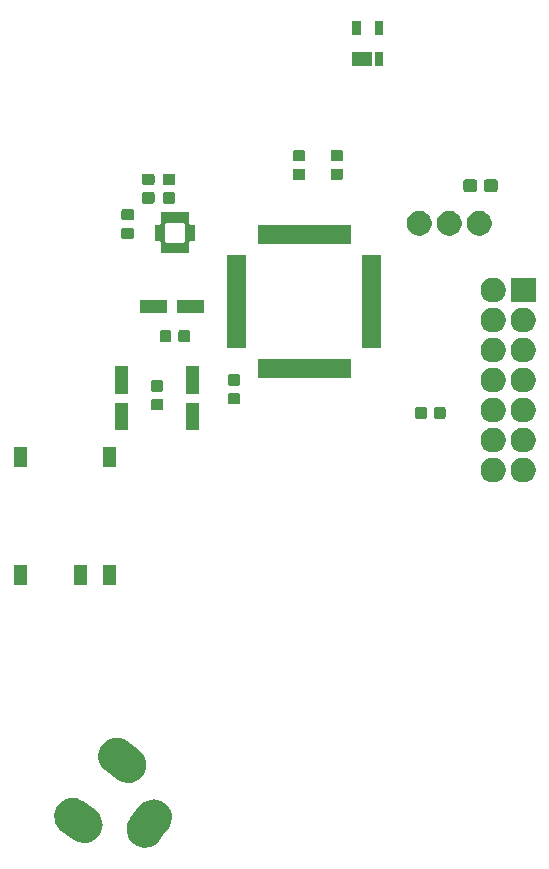
<source format=gbr>
G04 #@! TF.GenerationSoftware,KiCad,Pcbnew,(5.1.5)-3*
G04 #@! TF.CreationDate,2020-04-30T20:14:28+02:00*
G04 #@! TF.ProjectId,5-pointed-Star,352d706f-696e-4746-9564-2d537461722e,rev?*
G04 #@! TF.SameCoordinates,Original*
G04 #@! TF.FileFunction,Soldermask,Bot*
G04 #@! TF.FilePolarity,Negative*
%FSLAX46Y46*%
G04 Gerber Fmt 4.6, Leading zero omitted, Abs format (unit mm)*
G04 Created by KiCad (PCBNEW (5.1.5)-3) date 2020-04-30 20:14:28*
%MOMM*%
%LPD*%
G04 APERTURE LIST*
%ADD10C,0.100000*%
G04 APERTURE END LIST*
D10*
G36*
X197403572Y-176151054D02*
G01*
X197477119Y-176161227D01*
X197765777Y-176261325D01*
X197913363Y-176347827D01*
X198029360Y-176415814D01*
X198257740Y-176618757D01*
X198442135Y-176862351D01*
X198442137Y-176862354D01*
X198575469Y-177137245D01*
X198652610Y-177432866D01*
X198652610Y-177432868D01*
X198670597Y-177737857D01*
X198628737Y-178040494D01*
X198615155Y-178079660D01*
X198528639Y-178329153D01*
X198412863Y-178526686D01*
X197951537Y-179161646D01*
X197617955Y-179620782D01*
X197465864Y-179791936D01*
X197312078Y-179908348D01*
X197222267Y-179976333D01*
X196947377Y-180109664D01*
X196947375Y-180109665D01*
X196947374Y-180109665D01*
X196813103Y-180144703D01*
X196651755Y-180186806D01*
X196499260Y-180195799D01*
X196346766Y-180204792D01*
X196346765Y-180204792D01*
X196044127Y-180162932D01*
X195755469Y-180062834D01*
X195695904Y-180027922D01*
X195491889Y-179908348D01*
X195263506Y-179705402D01*
X195079112Y-179461809D01*
X195079109Y-179461805D01*
X194945778Y-179186915D01*
X194868636Y-178891293D01*
X194850650Y-178586303D01*
X194892510Y-178283665D01*
X194992608Y-177995007D01*
X195108384Y-177797475D01*
X195174730Y-177706157D01*
X195903291Y-176703378D01*
X196055382Y-176532224D01*
X196298976Y-176347829D01*
X196298977Y-176347829D01*
X196298979Y-176347827D01*
X196573868Y-176214495D01*
X196869490Y-176137354D01*
X196885579Y-176136405D01*
X197174480Y-176119367D01*
X197403572Y-176151054D01*
G37*
G36*
X190654262Y-176024796D02*
G01*
X190942920Y-176124894D01*
X191090504Y-176211395D01*
X191140454Y-176240671D01*
X192234549Y-177035577D01*
X192234551Y-177035579D01*
X192405702Y-177187667D01*
X192590100Y-177431265D01*
X192723432Y-177706154D01*
X192800573Y-178001776D01*
X192800573Y-178001777D01*
X192818560Y-178306766D01*
X192788141Y-178526686D01*
X192776700Y-178609405D01*
X192676602Y-178898063D01*
X192579201Y-179064245D01*
X192522113Y-179161646D01*
X192319170Y-179390026D01*
X192075576Y-179574421D01*
X192075573Y-179574423D01*
X191800682Y-179707755D01*
X191505061Y-179784896D01*
X191472882Y-179786794D01*
X191200070Y-179802883D01*
X190897433Y-179761023D01*
X190743822Y-179707755D01*
X190608774Y-179660925D01*
X190411241Y-179545149D01*
X189317144Y-178750240D01*
X189145991Y-178598150D01*
X188961597Y-178354557D01*
X188961594Y-178354553D01*
X188828263Y-178079663D01*
X188807939Y-178001776D01*
X188751121Y-177784040D01*
X188733135Y-177479052D01*
X188739745Y-177431262D01*
X188774995Y-177176413D01*
X188875093Y-176887755D01*
X188983159Y-176703376D01*
X189029579Y-176624175D01*
X189232525Y-176395792D01*
X189476118Y-176211398D01*
X189476122Y-176211395D01*
X189751012Y-176078064D01*
X189751014Y-176078063D01*
X189751015Y-176078063D01*
X189955145Y-176024796D01*
X190046634Y-176000922D01*
X190199129Y-175991929D01*
X190351623Y-175982936D01*
X190351624Y-175982936D01*
X190654262Y-176024796D01*
G37*
G36*
X194357309Y-170927989D02*
G01*
X194645967Y-171028087D01*
X194793551Y-171114588D01*
X194843501Y-171143864D01*
X195937596Y-171938770D01*
X195937598Y-171938772D01*
X196108749Y-172090860D01*
X196293147Y-172334458D01*
X196426479Y-172609347D01*
X196446803Y-172687234D01*
X196503620Y-172904970D01*
X196521607Y-173209959D01*
X196489920Y-173439051D01*
X196479747Y-173512598D01*
X196379649Y-173801256D01*
X196282248Y-173967438D01*
X196225160Y-174064839D01*
X196022217Y-174293219D01*
X195778623Y-174477614D01*
X195778620Y-174477616D01*
X195503729Y-174610948D01*
X195208108Y-174688089D01*
X195175929Y-174689987D01*
X194903117Y-174706076D01*
X194600480Y-174664216D01*
X194446869Y-174610948D01*
X194311821Y-174564118D01*
X194114288Y-174448342D01*
X193020191Y-173653433D01*
X192849038Y-173501343D01*
X192664644Y-173257750D01*
X192664641Y-173257746D01*
X192531310Y-172982856D01*
X192510986Y-172904969D01*
X192454168Y-172687233D01*
X192436182Y-172382245D01*
X192442792Y-172334455D01*
X192478042Y-172079606D01*
X192578140Y-171790948D01*
X192613052Y-171731383D01*
X192732626Y-171527368D01*
X192935572Y-171298985D01*
X193179165Y-171114591D01*
X193179169Y-171114588D01*
X193454059Y-170981257D01*
X193454061Y-170981256D01*
X193454062Y-170981256D01*
X193658192Y-170927989D01*
X193749681Y-170904115D01*
X193902176Y-170895122D01*
X194054670Y-170886129D01*
X194054671Y-170886129D01*
X194357309Y-170927989D01*
G37*
G36*
X191491000Y-158001000D02*
G01*
X190389000Y-158001000D01*
X190389000Y-156299000D01*
X191491000Y-156299000D01*
X191491000Y-158001000D01*
G37*
G36*
X186391000Y-158001000D02*
G01*
X185289000Y-158001000D01*
X185289000Y-156299000D01*
X186391000Y-156299000D01*
X186391000Y-158001000D01*
G37*
G36*
X193991000Y-158001000D02*
G01*
X192889000Y-158001000D01*
X192889000Y-156299000D01*
X193991000Y-156299000D01*
X193991000Y-158001000D01*
G37*
G36*
X226186564Y-147219389D02*
G01*
X226377833Y-147298615D01*
X226377835Y-147298616D01*
X226549973Y-147413635D01*
X226696365Y-147560027D01*
X226811385Y-147732167D01*
X226890611Y-147923436D01*
X226931000Y-148126484D01*
X226931000Y-148333516D01*
X226890611Y-148536564D01*
X226811385Y-148727833D01*
X226811384Y-148727835D01*
X226696365Y-148899973D01*
X226549973Y-149046365D01*
X226377835Y-149161384D01*
X226377834Y-149161385D01*
X226377833Y-149161385D01*
X226186564Y-149240611D01*
X225983516Y-149281000D01*
X225776484Y-149281000D01*
X225573436Y-149240611D01*
X225382167Y-149161385D01*
X225382166Y-149161385D01*
X225382165Y-149161384D01*
X225210027Y-149046365D01*
X225063635Y-148899973D01*
X224948616Y-148727835D01*
X224948615Y-148727833D01*
X224869389Y-148536564D01*
X224829000Y-148333516D01*
X224829000Y-148126484D01*
X224869389Y-147923436D01*
X224948615Y-147732167D01*
X225063635Y-147560027D01*
X225210027Y-147413635D01*
X225382165Y-147298616D01*
X225382167Y-147298615D01*
X225573436Y-147219389D01*
X225776484Y-147179000D01*
X225983516Y-147179000D01*
X226186564Y-147219389D01*
G37*
G36*
X228726564Y-147219389D02*
G01*
X228917833Y-147298615D01*
X228917835Y-147298616D01*
X229089973Y-147413635D01*
X229236365Y-147560027D01*
X229351385Y-147732167D01*
X229430611Y-147923436D01*
X229471000Y-148126484D01*
X229471000Y-148333516D01*
X229430611Y-148536564D01*
X229351385Y-148727833D01*
X229351384Y-148727835D01*
X229236365Y-148899973D01*
X229089973Y-149046365D01*
X228917835Y-149161384D01*
X228917834Y-149161385D01*
X228917833Y-149161385D01*
X228726564Y-149240611D01*
X228523516Y-149281000D01*
X228316484Y-149281000D01*
X228113436Y-149240611D01*
X227922167Y-149161385D01*
X227922166Y-149161385D01*
X227922165Y-149161384D01*
X227750027Y-149046365D01*
X227603635Y-148899973D01*
X227488616Y-148727835D01*
X227488615Y-148727833D01*
X227409389Y-148536564D01*
X227369000Y-148333516D01*
X227369000Y-148126484D01*
X227409389Y-147923436D01*
X227488615Y-147732167D01*
X227603635Y-147560027D01*
X227750027Y-147413635D01*
X227922165Y-147298616D01*
X227922167Y-147298615D01*
X228113436Y-147219389D01*
X228316484Y-147179000D01*
X228523516Y-147179000D01*
X228726564Y-147219389D01*
G37*
G36*
X193991000Y-148001000D02*
G01*
X192889000Y-148001000D01*
X192889000Y-146299000D01*
X193991000Y-146299000D01*
X193991000Y-148001000D01*
G37*
G36*
X186391000Y-148001000D02*
G01*
X185289000Y-148001000D01*
X185289000Y-146299000D01*
X186391000Y-146299000D01*
X186391000Y-148001000D01*
G37*
G36*
X228726564Y-144679389D02*
G01*
X228917833Y-144758615D01*
X228917835Y-144758616D01*
X229056097Y-144851000D01*
X229089973Y-144873635D01*
X229236365Y-145020027D01*
X229351385Y-145192167D01*
X229430611Y-145383436D01*
X229471000Y-145586484D01*
X229471000Y-145793516D01*
X229430611Y-145996564D01*
X229351385Y-146187833D01*
X229351384Y-146187835D01*
X229236365Y-146359973D01*
X229089973Y-146506365D01*
X228917835Y-146621384D01*
X228917834Y-146621385D01*
X228917833Y-146621385D01*
X228726564Y-146700611D01*
X228523516Y-146741000D01*
X228316484Y-146741000D01*
X228113436Y-146700611D01*
X227922167Y-146621385D01*
X227922166Y-146621385D01*
X227922165Y-146621384D01*
X227750027Y-146506365D01*
X227603635Y-146359973D01*
X227488616Y-146187835D01*
X227488615Y-146187833D01*
X227409389Y-145996564D01*
X227369000Y-145793516D01*
X227369000Y-145586484D01*
X227409389Y-145383436D01*
X227488615Y-145192167D01*
X227603635Y-145020027D01*
X227750027Y-144873635D01*
X227783903Y-144851000D01*
X227922165Y-144758616D01*
X227922167Y-144758615D01*
X228113436Y-144679389D01*
X228316484Y-144639000D01*
X228523516Y-144639000D01*
X228726564Y-144679389D01*
G37*
G36*
X226186564Y-144679389D02*
G01*
X226377833Y-144758615D01*
X226377835Y-144758616D01*
X226516097Y-144851000D01*
X226549973Y-144873635D01*
X226696365Y-145020027D01*
X226811385Y-145192167D01*
X226890611Y-145383436D01*
X226931000Y-145586484D01*
X226931000Y-145793516D01*
X226890611Y-145996564D01*
X226811385Y-146187833D01*
X226811384Y-146187835D01*
X226696365Y-146359973D01*
X226549973Y-146506365D01*
X226377835Y-146621384D01*
X226377834Y-146621385D01*
X226377833Y-146621385D01*
X226186564Y-146700611D01*
X225983516Y-146741000D01*
X225776484Y-146741000D01*
X225573436Y-146700611D01*
X225382167Y-146621385D01*
X225382166Y-146621385D01*
X225382165Y-146621384D01*
X225210027Y-146506365D01*
X225063635Y-146359973D01*
X224948616Y-146187835D01*
X224948615Y-146187833D01*
X224869389Y-145996564D01*
X224829000Y-145793516D01*
X224829000Y-145586484D01*
X224869389Y-145383436D01*
X224948615Y-145192167D01*
X225063635Y-145020027D01*
X225210027Y-144873635D01*
X225243903Y-144851000D01*
X225382165Y-144758616D01*
X225382167Y-144758615D01*
X225573436Y-144679389D01*
X225776484Y-144639000D01*
X225983516Y-144639000D01*
X226186564Y-144679389D01*
G37*
G36*
X194941000Y-144851000D02*
G01*
X193839000Y-144851000D01*
X193839000Y-142549000D01*
X194941000Y-142549000D01*
X194941000Y-144851000D01*
G37*
G36*
X200941000Y-144851000D02*
G01*
X199839000Y-144851000D01*
X199839000Y-142549000D01*
X200941000Y-142549000D01*
X200941000Y-144851000D01*
G37*
G36*
X228726564Y-142139389D02*
G01*
X228915363Y-142217592D01*
X228917835Y-142218616D01*
X228968787Y-142252661D01*
X229089973Y-142333635D01*
X229236365Y-142480027D01*
X229351385Y-142652167D01*
X229430611Y-142843436D01*
X229471000Y-143046484D01*
X229471000Y-143253516D01*
X229430611Y-143456564D01*
X229351385Y-143647833D01*
X229351384Y-143647835D01*
X229236365Y-143819973D01*
X229089973Y-143966365D01*
X228917835Y-144081384D01*
X228917834Y-144081385D01*
X228917833Y-144081385D01*
X228726564Y-144160611D01*
X228523516Y-144201000D01*
X228316484Y-144201000D01*
X228113436Y-144160611D01*
X227922167Y-144081385D01*
X227922166Y-144081385D01*
X227922165Y-144081384D01*
X227750027Y-143966365D01*
X227603635Y-143819973D01*
X227488616Y-143647835D01*
X227488615Y-143647833D01*
X227409389Y-143456564D01*
X227369000Y-143253516D01*
X227369000Y-143046484D01*
X227409389Y-142843436D01*
X227488615Y-142652167D01*
X227603635Y-142480027D01*
X227750027Y-142333635D01*
X227871213Y-142252661D01*
X227922165Y-142218616D01*
X227924637Y-142217592D01*
X228113436Y-142139389D01*
X228316484Y-142099000D01*
X228523516Y-142099000D01*
X228726564Y-142139389D01*
G37*
G36*
X226186564Y-142139389D02*
G01*
X226375363Y-142217592D01*
X226377835Y-142218616D01*
X226428787Y-142252661D01*
X226549973Y-142333635D01*
X226696365Y-142480027D01*
X226811385Y-142652167D01*
X226890611Y-142843436D01*
X226931000Y-143046484D01*
X226931000Y-143253516D01*
X226890611Y-143456564D01*
X226811385Y-143647833D01*
X226811384Y-143647835D01*
X226696365Y-143819973D01*
X226549973Y-143966365D01*
X226377835Y-144081384D01*
X226377834Y-144081385D01*
X226377833Y-144081385D01*
X226186564Y-144160611D01*
X225983516Y-144201000D01*
X225776484Y-144201000D01*
X225573436Y-144160611D01*
X225382167Y-144081385D01*
X225382166Y-144081385D01*
X225382165Y-144081384D01*
X225210027Y-143966365D01*
X225063635Y-143819973D01*
X224948616Y-143647835D01*
X224948615Y-143647833D01*
X224869389Y-143456564D01*
X224829000Y-143253516D01*
X224829000Y-143046484D01*
X224869389Y-142843436D01*
X224948615Y-142652167D01*
X225063635Y-142480027D01*
X225210027Y-142333635D01*
X225331213Y-142252661D01*
X225382165Y-142218616D01*
X225384637Y-142217592D01*
X225573436Y-142139389D01*
X225776484Y-142099000D01*
X225983516Y-142099000D01*
X226186564Y-142139389D01*
G37*
G36*
X220132091Y-142868085D02*
G01*
X220166069Y-142878393D01*
X220197390Y-142895134D01*
X220224839Y-142917661D01*
X220247366Y-142945110D01*
X220264107Y-142976431D01*
X220274415Y-143010409D01*
X220278500Y-143051890D01*
X220278500Y-143728110D01*
X220274415Y-143769591D01*
X220264107Y-143803569D01*
X220247366Y-143834890D01*
X220224839Y-143862339D01*
X220197390Y-143884866D01*
X220166069Y-143901607D01*
X220132091Y-143911915D01*
X220090610Y-143916000D01*
X219489390Y-143916000D01*
X219447909Y-143911915D01*
X219413931Y-143901607D01*
X219382610Y-143884866D01*
X219355161Y-143862339D01*
X219332634Y-143834890D01*
X219315893Y-143803569D01*
X219305585Y-143769591D01*
X219301500Y-143728110D01*
X219301500Y-143051890D01*
X219305585Y-143010409D01*
X219315893Y-142976431D01*
X219332634Y-142945110D01*
X219355161Y-142917661D01*
X219382610Y-142895134D01*
X219413931Y-142878393D01*
X219447909Y-142868085D01*
X219489390Y-142864000D01*
X220090610Y-142864000D01*
X220132091Y-142868085D01*
G37*
G36*
X221707091Y-142868085D02*
G01*
X221741069Y-142878393D01*
X221772390Y-142895134D01*
X221799839Y-142917661D01*
X221822366Y-142945110D01*
X221839107Y-142976431D01*
X221849415Y-143010409D01*
X221853500Y-143051890D01*
X221853500Y-143728110D01*
X221849415Y-143769591D01*
X221839107Y-143803569D01*
X221822366Y-143834890D01*
X221799839Y-143862339D01*
X221772390Y-143884866D01*
X221741069Y-143901607D01*
X221707091Y-143911915D01*
X221665610Y-143916000D01*
X221064390Y-143916000D01*
X221022909Y-143911915D01*
X220988931Y-143901607D01*
X220957610Y-143884866D01*
X220930161Y-143862339D01*
X220907634Y-143834890D01*
X220890893Y-143803569D01*
X220880585Y-143769591D01*
X220876500Y-143728110D01*
X220876500Y-143051890D01*
X220880585Y-143010409D01*
X220890893Y-142976431D01*
X220907634Y-142945110D01*
X220930161Y-142917661D01*
X220957610Y-142895134D01*
X220988931Y-142878393D01*
X221022909Y-142868085D01*
X221064390Y-142864000D01*
X221665610Y-142864000D01*
X221707091Y-142868085D01*
G37*
G36*
X197819591Y-142203085D02*
G01*
X197853569Y-142213393D01*
X197884890Y-142230134D01*
X197912339Y-142252661D01*
X197934866Y-142280110D01*
X197951607Y-142311431D01*
X197961915Y-142345409D01*
X197966000Y-142386890D01*
X197966000Y-142988110D01*
X197961915Y-143029591D01*
X197951607Y-143063569D01*
X197934866Y-143094890D01*
X197912339Y-143122339D01*
X197884890Y-143144866D01*
X197853569Y-143161607D01*
X197819591Y-143171915D01*
X197778110Y-143176000D01*
X197101890Y-143176000D01*
X197060409Y-143171915D01*
X197026431Y-143161607D01*
X196995110Y-143144866D01*
X196967661Y-143122339D01*
X196945134Y-143094890D01*
X196928393Y-143063569D01*
X196918085Y-143029591D01*
X196914000Y-142988110D01*
X196914000Y-142386890D01*
X196918085Y-142345409D01*
X196928393Y-142311431D01*
X196945134Y-142280110D01*
X196967661Y-142252661D01*
X196995110Y-142230134D01*
X197026431Y-142213393D01*
X197060409Y-142203085D01*
X197101890Y-142199000D01*
X197778110Y-142199000D01*
X197819591Y-142203085D01*
G37*
G36*
X204319591Y-141703085D02*
G01*
X204353569Y-141713393D01*
X204384890Y-141730134D01*
X204412339Y-141752661D01*
X204434866Y-141780110D01*
X204451607Y-141811431D01*
X204461915Y-141845409D01*
X204466000Y-141886890D01*
X204466000Y-142488110D01*
X204461915Y-142529591D01*
X204451607Y-142563569D01*
X204434866Y-142594890D01*
X204412339Y-142622339D01*
X204384890Y-142644866D01*
X204353569Y-142661607D01*
X204319591Y-142671915D01*
X204278110Y-142676000D01*
X203601890Y-142676000D01*
X203560409Y-142671915D01*
X203526431Y-142661607D01*
X203495110Y-142644866D01*
X203467661Y-142622339D01*
X203445134Y-142594890D01*
X203428393Y-142563569D01*
X203418085Y-142529591D01*
X203414000Y-142488110D01*
X203414000Y-141886890D01*
X203418085Y-141845409D01*
X203428393Y-141811431D01*
X203445134Y-141780110D01*
X203467661Y-141752661D01*
X203495110Y-141730134D01*
X203526431Y-141713393D01*
X203560409Y-141703085D01*
X203601890Y-141699000D01*
X204278110Y-141699000D01*
X204319591Y-141703085D01*
G37*
G36*
X200941000Y-141751000D02*
G01*
X199839000Y-141751000D01*
X199839000Y-139449000D01*
X200941000Y-139449000D01*
X200941000Y-141751000D01*
G37*
G36*
X194941000Y-141751000D02*
G01*
X193839000Y-141751000D01*
X193839000Y-139449000D01*
X194941000Y-139449000D01*
X194941000Y-141751000D01*
G37*
G36*
X228726564Y-139599389D02*
G01*
X228917833Y-139678615D01*
X228917835Y-139678616D01*
X229089973Y-139793635D01*
X229236365Y-139940027D01*
X229351385Y-140112167D01*
X229430611Y-140303436D01*
X229471000Y-140506484D01*
X229471000Y-140713516D01*
X229430611Y-140916564D01*
X229376442Y-141047339D01*
X229351384Y-141107835D01*
X229236365Y-141279973D01*
X229089973Y-141426365D01*
X228917835Y-141541384D01*
X228917834Y-141541385D01*
X228917833Y-141541385D01*
X228726564Y-141620611D01*
X228523516Y-141661000D01*
X228316484Y-141661000D01*
X228113436Y-141620611D01*
X227922167Y-141541385D01*
X227922166Y-141541385D01*
X227922165Y-141541384D01*
X227750027Y-141426365D01*
X227603635Y-141279973D01*
X227488616Y-141107835D01*
X227463558Y-141047339D01*
X227409389Y-140916564D01*
X227369000Y-140713516D01*
X227369000Y-140506484D01*
X227409389Y-140303436D01*
X227488615Y-140112167D01*
X227603635Y-139940027D01*
X227750027Y-139793635D01*
X227922165Y-139678616D01*
X227922167Y-139678615D01*
X228113436Y-139599389D01*
X228316484Y-139559000D01*
X228523516Y-139559000D01*
X228726564Y-139599389D01*
G37*
G36*
X226186564Y-139599389D02*
G01*
X226377833Y-139678615D01*
X226377835Y-139678616D01*
X226549973Y-139793635D01*
X226696365Y-139940027D01*
X226811385Y-140112167D01*
X226890611Y-140303436D01*
X226931000Y-140506484D01*
X226931000Y-140713516D01*
X226890611Y-140916564D01*
X226836442Y-141047339D01*
X226811384Y-141107835D01*
X226696365Y-141279973D01*
X226549973Y-141426365D01*
X226377835Y-141541384D01*
X226377834Y-141541385D01*
X226377833Y-141541385D01*
X226186564Y-141620611D01*
X225983516Y-141661000D01*
X225776484Y-141661000D01*
X225573436Y-141620611D01*
X225382167Y-141541385D01*
X225382166Y-141541385D01*
X225382165Y-141541384D01*
X225210027Y-141426365D01*
X225063635Y-141279973D01*
X224948616Y-141107835D01*
X224923558Y-141047339D01*
X224869389Y-140916564D01*
X224829000Y-140713516D01*
X224829000Y-140506484D01*
X224869389Y-140303436D01*
X224948615Y-140112167D01*
X225063635Y-139940027D01*
X225210027Y-139793635D01*
X225382165Y-139678616D01*
X225382167Y-139678615D01*
X225573436Y-139599389D01*
X225776484Y-139559000D01*
X225983516Y-139559000D01*
X226186564Y-139599389D01*
G37*
G36*
X197819591Y-140628085D02*
G01*
X197853569Y-140638393D01*
X197884890Y-140655134D01*
X197912339Y-140677661D01*
X197934866Y-140705110D01*
X197951607Y-140736431D01*
X197961915Y-140770409D01*
X197966000Y-140811890D01*
X197966000Y-141413110D01*
X197961915Y-141454591D01*
X197951607Y-141488569D01*
X197934866Y-141519890D01*
X197912339Y-141547339D01*
X197884890Y-141569866D01*
X197853569Y-141586607D01*
X197819591Y-141596915D01*
X197778110Y-141601000D01*
X197101890Y-141601000D01*
X197060409Y-141596915D01*
X197026431Y-141586607D01*
X196995110Y-141569866D01*
X196967661Y-141547339D01*
X196945134Y-141519890D01*
X196928393Y-141488569D01*
X196918085Y-141454591D01*
X196914000Y-141413110D01*
X196914000Y-140811890D01*
X196918085Y-140770409D01*
X196928393Y-140736431D01*
X196945134Y-140705110D01*
X196967661Y-140677661D01*
X196995110Y-140655134D01*
X197026431Y-140638393D01*
X197060409Y-140628085D01*
X197101890Y-140624000D01*
X197778110Y-140624000D01*
X197819591Y-140628085D01*
G37*
G36*
X204319591Y-140128085D02*
G01*
X204353569Y-140138393D01*
X204384890Y-140155134D01*
X204412339Y-140177661D01*
X204434866Y-140205110D01*
X204451607Y-140236431D01*
X204461915Y-140270409D01*
X204466000Y-140311890D01*
X204466000Y-140913110D01*
X204461915Y-140954591D01*
X204451607Y-140988569D01*
X204434866Y-141019890D01*
X204412339Y-141047339D01*
X204384890Y-141069866D01*
X204353569Y-141086607D01*
X204319591Y-141096915D01*
X204278110Y-141101000D01*
X203601890Y-141101000D01*
X203560409Y-141096915D01*
X203526431Y-141086607D01*
X203495110Y-141069866D01*
X203467661Y-141047339D01*
X203445134Y-141019890D01*
X203428393Y-140988569D01*
X203418085Y-140954591D01*
X203414000Y-140913110D01*
X203414000Y-140311890D01*
X203418085Y-140270409D01*
X203428393Y-140236431D01*
X203445134Y-140205110D01*
X203467661Y-140177661D01*
X203495110Y-140155134D01*
X203526431Y-140138393D01*
X203560409Y-140128085D01*
X203601890Y-140124000D01*
X204278110Y-140124000D01*
X204319591Y-140128085D01*
G37*
G36*
X213841000Y-140451000D02*
G01*
X205939000Y-140451000D01*
X205939000Y-138849000D01*
X213841000Y-138849000D01*
X213841000Y-140451000D01*
G37*
G36*
X226186564Y-137059389D02*
G01*
X226377833Y-137138615D01*
X226377835Y-137138616D01*
X226549973Y-137253635D01*
X226696365Y-137400027D01*
X226762497Y-137499000D01*
X226811385Y-137572167D01*
X226890611Y-137763436D01*
X226931000Y-137966484D01*
X226931000Y-138173516D01*
X226890611Y-138376564D01*
X226811385Y-138567833D01*
X226811384Y-138567835D01*
X226696365Y-138739973D01*
X226549973Y-138886365D01*
X226377835Y-139001384D01*
X226377834Y-139001385D01*
X226377833Y-139001385D01*
X226186564Y-139080611D01*
X225983516Y-139121000D01*
X225776484Y-139121000D01*
X225573436Y-139080611D01*
X225382167Y-139001385D01*
X225382166Y-139001385D01*
X225382165Y-139001384D01*
X225210027Y-138886365D01*
X225063635Y-138739973D01*
X224948616Y-138567835D01*
X224948615Y-138567833D01*
X224869389Y-138376564D01*
X224829000Y-138173516D01*
X224829000Y-137966484D01*
X224869389Y-137763436D01*
X224948615Y-137572167D01*
X224997504Y-137499000D01*
X225063635Y-137400027D01*
X225210027Y-137253635D01*
X225382165Y-137138616D01*
X225382167Y-137138615D01*
X225573436Y-137059389D01*
X225776484Y-137019000D01*
X225983516Y-137019000D01*
X226186564Y-137059389D01*
G37*
G36*
X228726564Y-137059389D02*
G01*
X228917833Y-137138615D01*
X228917835Y-137138616D01*
X229089973Y-137253635D01*
X229236365Y-137400027D01*
X229302497Y-137499000D01*
X229351385Y-137572167D01*
X229430611Y-137763436D01*
X229471000Y-137966484D01*
X229471000Y-138173516D01*
X229430611Y-138376564D01*
X229351385Y-138567833D01*
X229351384Y-138567835D01*
X229236365Y-138739973D01*
X229089973Y-138886365D01*
X228917835Y-139001384D01*
X228917834Y-139001385D01*
X228917833Y-139001385D01*
X228726564Y-139080611D01*
X228523516Y-139121000D01*
X228316484Y-139121000D01*
X228113436Y-139080611D01*
X227922167Y-139001385D01*
X227922166Y-139001385D01*
X227922165Y-139001384D01*
X227750027Y-138886365D01*
X227603635Y-138739973D01*
X227488616Y-138567835D01*
X227488615Y-138567833D01*
X227409389Y-138376564D01*
X227369000Y-138173516D01*
X227369000Y-137966484D01*
X227409389Y-137763436D01*
X227488615Y-137572167D01*
X227537504Y-137499000D01*
X227603635Y-137400027D01*
X227750027Y-137253635D01*
X227922165Y-137138616D01*
X227922167Y-137138615D01*
X228113436Y-137059389D01*
X228316484Y-137019000D01*
X228523516Y-137019000D01*
X228726564Y-137059389D01*
G37*
G36*
X216391000Y-137901000D02*
G01*
X214789000Y-137901000D01*
X214789000Y-129999000D01*
X216391000Y-129999000D01*
X216391000Y-137901000D01*
G37*
G36*
X204991000Y-137901000D02*
G01*
X203389000Y-137901000D01*
X203389000Y-129999000D01*
X204991000Y-129999000D01*
X204991000Y-137901000D01*
G37*
G36*
X198494591Y-136378085D02*
G01*
X198528569Y-136388393D01*
X198559890Y-136405134D01*
X198587339Y-136427661D01*
X198609866Y-136455110D01*
X198626607Y-136486431D01*
X198636915Y-136520409D01*
X198641000Y-136561890D01*
X198641000Y-137238110D01*
X198636915Y-137279591D01*
X198626607Y-137313569D01*
X198609866Y-137344890D01*
X198587339Y-137372339D01*
X198559890Y-137394866D01*
X198528569Y-137411607D01*
X198494591Y-137421915D01*
X198453110Y-137426000D01*
X197851890Y-137426000D01*
X197810409Y-137421915D01*
X197776431Y-137411607D01*
X197745110Y-137394866D01*
X197717661Y-137372339D01*
X197695134Y-137344890D01*
X197678393Y-137313569D01*
X197668085Y-137279591D01*
X197664000Y-137238110D01*
X197664000Y-136561890D01*
X197668085Y-136520409D01*
X197678393Y-136486431D01*
X197695134Y-136455110D01*
X197717661Y-136427661D01*
X197745110Y-136405134D01*
X197776431Y-136388393D01*
X197810409Y-136378085D01*
X197851890Y-136374000D01*
X198453110Y-136374000D01*
X198494591Y-136378085D01*
G37*
G36*
X200069591Y-136378085D02*
G01*
X200103569Y-136388393D01*
X200134890Y-136405134D01*
X200162339Y-136427661D01*
X200184866Y-136455110D01*
X200201607Y-136486431D01*
X200211915Y-136520409D01*
X200216000Y-136561890D01*
X200216000Y-137238110D01*
X200211915Y-137279591D01*
X200201607Y-137313569D01*
X200184866Y-137344890D01*
X200162339Y-137372339D01*
X200134890Y-137394866D01*
X200103569Y-137411607D01*
X200069591Y-137421915D01*
X200028110Y-137426000D01*
X199426890Y-137426000D01*
X199385409Y-137421915D01*
X199351431Y-137411607D01*
X199320110Y-137394866D01*
X199292661Y-137372339D01*
X199270134Y-137344890D01*
X199253393Y-137313569D01*
X199243085Y-137279591D01*
X199239000Y-137238110D01*
X199239000Y-136561890D01*
X199243085Y-136520409D01*
X199253393Y-136486431D01*
X199270134Y-136455110D01*
X199292661Y-136427661D01*
X199320110Y-136405134D01*
X199351431Y-136388393D01*
X199385409Y-136378085D01*
X199426890Y-136374000D01*
X200028110Y-136374000D01*
X200069591Y-136378085D01*
G37*
G36*
X228726564Y-134519389D02*
G01*
X228917833Y-134598615D01*
X228917835Y-134598616D01*
X229089973Y-134713635D01*
X229236365Y-134860027D01*
X229351385Y-135032167D01*
X229430611Y-135223436D01*
X229471000Y-135426484D01*
X229471000Y-135633516D01*
X229430611Y-135836564D01*
X229363328Y-135999000D01*
X229351384Y-136027835D01*
X229236365Y-136199973D01*
X229089973Y-136346365D01*
X228917835Y-136461384D01*
X228917834Y-136461385D01*
X228917833Y-136461385D01*
X228726564Y-136540611D01*
X228523516Y-136581000D01*
X228316484Y-136581000D01*
X228113436Y-136540611D01*
X227922167Y-136461385D01*
X227922166Y-136461385D01*
X227922165Y-136461384D01*
X227750027Y-136346365D01*
X227603635Y-136199973D01*
X227488616Y-136027835D01*
X227476672Y-135999000D01*
X227409389Y-135836564D01*
X227369000Y-135633516D01*
X227369000Y-135426484D01*
X227409389Y-135223436D01*
X227488615Y-135032167D01*
X227603635Y-134860027D01*
X227750027Y-134713635D01*
X227922165Y-134598616D01*
X227922167Y-134598615D01*
X228113436Y-134519389D01*
X228316484Y-134479000D01*
X228523516Y-134479000D01*
X228726564Y-134519389D01*
G37*
G36*
X226186564Y-134519389D02*
G01*
X226377833Y-134598615D01*
X226377835Y-134598616D01*
X226549973Y-134713635D01*
X226696365Y-134860027D01*
X226811385Y-135032167D01*
X226890611Y-135223436D01*
X226931000Y-135426484D01*
X226931000Y-135633516D01*
X226890611Y-135836564D01*
X226823328Y-135999000D01*
X226811384Y-136027835D01*
X226696365Y-136199973D01*
X226549973Y-136346365D01*
X226377835Y-136461384D01*
X226377834Y-136461385D01*
X226377833Y-136461385D01*
X226186564Y-136540611D01*
X225983516Y-136581000D01*
X225776484Y-136581000D01*
X225573436Y-136540611D01*
X225382167Y-136461385D01*
X225382166Y-136461385D01*
X225382165Y-136461384D01*
X225210027Y-136346365D01*
X225063635Y-136199973D01*
X224948616Y-136027835D01*
X224936672Y-135999000D01*
X224869389Y-135836564D01*
X224829000Y-135633516D01*
X224829000Y-135426484D01*
X224869389Y-135223436D01*
X224948615Y-135032167D01*
X225063635Y-134860027D01*
X225210027Y-134713635D01*
X225382165Y-134598616D01*
X225382167Y-134598615D01*
X225573436Y-134519389D01*
X225776484Y-134479000D01*
X225983516Y-134479000D01*
X226186564Y-134519389D01*
G37*
G36*
X198291000Y-134901000D02*
G01*
X195989000Y-134901000D01*
X195989000Y-133799000D01*
X198291000Y-133799000D01*
X198291000Y-134901000D01*
G37*
G36*
X201391000Y-134901000D02*
G01*
X199089000Y-134901000D01*
X199089000Y-133799000D01*
X201391000Y-133799000D01*
X201391000Y-134901000D01*
G37*
G36*
X226186564Y-131979389D02*
G01*
X226377833Y-132058615D01*
X226377835Y-132058616D01*
X226549973Y-132173635D01*
X226696365Y-132320027D01*
X226811385Y-132492167D01*
X226890611Y-132683436D01*
X226931000Y-132886484D01*
X226931000Y-133093516D01*
X226890611Y-133296564D01*
X226847352Y-133401000D01*
X226811384Y-133487835D01*
X226696365Y-133659973D01*
X226549973Y-133806365D01*
X226377835Y-133921384D01*
X226377834Y-133921385D01*
X226377833Y-133921385D01*
X226186564Y-134000611D01*
X225983516Y-134041000D01*
X225776484Y-134041000D01*
X225573436Y-134000611D01*
X225382167Y-133921385D01*
X225382166Y-133921385D01*
X225382165Y-133921384D01*
X225210027Y-133806365D01*
X225063635Y-133659973D01*
X224948616Y-133487835D01*
X224912648Y-133401000D01*
X224869389Y-133296564D01*
X224829000Y-133093516D01*
X224829000Y-132886484D01*
X224869389Y-132683436D01*
X224948615Y-132492167D01*
X225063635Y-132320027D01*
X225210027Y-132173635D01*
X225382165Y-132058616D01*
X225382167Y-132058615D01*
X225573436Y-131979389D01*
X225776484Y-131939000D01*
X225983516Y-131939000D01*
X226186564Y-131979389D01*
G37*
G36*
X229471000Y-134041000D02*
G01*
X227369000Y-134041000D01*
X227369000Y-131939000D01*
X229471000Y-131939000D01*
X229471000Y-134041000D01*
G37*
G36*
X200141000Y-127324001D02*
G01*
X200143402Y-127348387D01*
X200150515Y-127371836D01*
X200162066Y-127393447D01*
X200177611Y-127412389D01*
X200196553Y-127427934D01*
X200218164Y-127439485D01*
X200241613Y-127446598D01*
X200265999Y-127449000D01*
X200672500Y-127449000D01*
X200672500Y-128851000D01*
X200265999Y-128851000D01*
X200241613Y-128853402D01*
X200218164Y-128860515D01*
X200196553Y-128872066D01*
X200177611Y-128887611D01*
X200162066Y-128906553D01*
X200150515Y-128928164D01*
X200143402Y-128951613D01*
X200141000Y-128975999D01*
X200141000Y-129882500D01*
X197739000Y-129882500D01*
X197739000Y-128975999D01*
X197736598Y-128951613D01*
X197729485Y-128928164D01*
X197717934Y-128906553D01*
X197702389Y-128887611D01*
X197683447Y-128872066D01*
X197661836Y-128860515D01*
X197638387Y-128853402D01*
X197614001Y-128851000D01*
X197212500Y-128851000D01*
X197212500Y-127452499D01*
X198127500Y-127452499D01*
X198127500Y-128842501D01*
X198129902Y-128866887D01*
X198137015Y-128890336D01*
X198148566Y-128911947D01*
X198164111Y-128930889D01*
X198183053Y-128946434D01*
X198204664Y-128957985D01*
X198228113Y-128965098D01*
X198252499Y-128967500D01*
X199632501Y-128967500D01*
X199656887Y-128965098D01*
X199680336Y-128957985D01*
X199701947Y-128946434D01*
X199720889Y-128930889D01*
X199736434Y-128911947D01*
X199747985Y-128890336D01*
X199755098Y-128866887D01*
X199757500Y-128842501D01*
X199757500Y-127452499D01*
X199755098Y-127428113D01*
X199747985Y-127404664D01*
X199736434Y-127383053D01*
X199720889Y-127364111D01*
X199701947Y-127348566D01*
X199680336Y-127337015D01*
X199656887Y-127329902D01*
X199632501Y-127327500D01*
X198252499Y-127327500D01*
X198228113Y-127329902D01*
X198204664Y-127337015D01*
X198183053Y-127348566D01*
X198164111Y-127364111D01*
X198148566Y-127383053D01*
X198137015Y-127404664D01*
X198129902Y-127428113D01*
X198127500Y-127452499D01*
X197212500Y-127452499D01*
X197212500Y-127449000D01*
X197614001Y-127449000D01*
X197638387Y-127446598D01*
X197661836Y-127439485D01*
X197683447Y-127427934D01*
X197702389Y-127412389D01*
X197717934Y-127393447D01*
X197729485Y-127371836D01*
X197736598Y-127348387D01*
X197739000Y-127324001D01*
X197739000Y-126412500D01*
X200141000Y-126412500D01*
X200141000Y-127324001D01*
G37*
G36*
X213841000Y-129051000D02*
G01*
X205939000Y-129051000D01*
X205939000Y-127449000D01*
X213841000Y-127449000D01*
X213841000Y-129051000D01*
G37*
G36*
X195319591Y-127703085D02*
G01*
X195353569Y-127713393D01*
X195384890Y-127730134D01*
X195412339Y-127752661D01*
X195434866Y-127780110D01*
X195451607Y-127811431D01*
X195461915Y-127845409D01*
X195466000Y-127886890D01*
X195466000Y-128488110D01*
X195461915Y-128529591D01*
X195451607Y-128563569D01*
X195434866Y-128594890D01*
X195412339Y-128622339D01*
X195384890Y-128644866D01*
X195353569Y-128661607D01*
X195319591Y-128671915D01*
X195278110Y-128676000D01*
X194601890Y-128676000D01*
X194560409Y-128671915D01*
X194526431Y-128661607D01*
X194495110Y-128644866D01*
X194467661Y-128622339D01*
X194445134Y-128594890D01*
X194428393Y-128563569D01*
X194418085Y-128529591D01*
X194414000Y-128488110D01*
X194414000Y-127886890D01*
X194418085Y-127845409D01*
X194428393Y-127811431D01*
X194445134Y-127780110D01*
X194467661Y-127752661D01*
X194495110Y-127730134D01*
X194526431Y-127713393D01*
X194560409Y-127703085D01*
X194601890Y-127699000D01*
X195278110Y-127699000D01*
X195319591Y-127703085D01*
G37*
G36*
X219936564Y-126329389D02*
G01*
X220127833Y-126408615D01*
X220127835Y-126408616D01*
X220299973Y-126523635D01*
X220446365Y-126670027D01*
X220561385Y-126842167D01*
X220640611Y-127033436D01*
X220681000Y-127236484D01*
X220681000Y-127443516D01*
X220640611Y-127646564D01*
X220573928Y-127807552D01*
X220561384Y-127837835D01*
X220446365Y-128009973D01*
X220299973Y-128156365D01*
X220127835Y-128271384D01*
X220127834Y-128271385D01*
X220127833Y-128271385D01*
X219936564Y-128350611D01*
X219733516Y-128391000D01*
X219526484Y-128391000D01*
X219323436Y-128350611D01*
X219132167Y-128271385D01*
X219132166Y-128271385D01*
X219132165Y-128271384D01*
X218960027Y-128156365D01*
X218813635Y-128009973D01*
X218698616Y-127837835D01*
X218686072Y-127807552D01*
X218619389Y-127646564D01*
X218579000Y-127443516D01*
X218579000Y-127236484D01*
X218619389Y-127033436D01*
X218698615Y-126842167D01*
X218813635Y-126670027D01*
X218960027Y-126523635D01*
X219132165Y-126408616D01*
X219132167Y-126408615D01*
X219323436Y-126329389D01*
X219526484Y-126289000D01*
X219733516Y-126289000D01*
X219936564Y-126329389D01*
G37*
G36*
X225016564Y-126329389D02*
G01*
X225207833Y-126408615D01*
X225207835Y-126408616D01*
X225379973Y-126523635D01*
X225526365Y-126670027D01*
X225641385Y-126842167D01*
X225720611Y-127033436D01*
X225761000Y-127236484D01*
X225761000Y-127443516D01*
X225720611Y-127646564D01*
X225653928Y-127807552D01*
X225641384Y-127837835D01*
X225526365Y-128009973D01*
X225379973Y-128156365D01*
X225207835Y-128271384D01*
X225207834Y-128271385D01*
X225207833Y-128271385D01*
X225016564Y-128350611D01*
X224813516Y-128391000D01*
X224606484Y-128391000D01*
X224403436Y-128350611D01*
X224212167Y-128271385D01*
X224212166Y-128271385D01*
X224212165Y-128271384D01*
X224040027Y-128156365D01*
X223893635Y-128009973D01*
X223778616Y-127837835D01*
X223766072Y-127807552D01*
X223699389Y-127646564D01*
X223659000Y-127443516D01*
X223659000Y-127236484D01*
X223699389Y-127033436D01*
X223778615Y-126842167D01*
X223893635Y-126670027D01*
X224040027Y-126523635D01*
X224212165Y-126408616D01*
X224212167Y-126408615D01*
X224403436Y-126329389D01*
X224606484Y-126289000D01*
X224813516Y-126289000D01*
X225016564Y-126329389D01*
G37*
G36*
X222476564Y-126329389D02*
G01*
X222667833Y-126408615D01*
X222667835Y-126408616D01*
X222839973Y-126523635D01*
X222986365Y-126670027D01*
X223101385Y-126842167D01*
X223180611Y-127033436D01*
X223221000Y-127236484D01*
X223221000Y-127443516D01*
X223180611Y-127646564D01*
X223113928Y-127807552D01*
X223101384Y-127837835D01*
X222986365Y-128009973D01*
X222839973Y-128156365D01*
X222667835Y-128271384D01*
X222667834Y-128271385D01*
X222667833Y-128271385D01*
X222476564Y-128350611D01*
X222273516Y-128391000D01*
X222066484Y-128391000D01*
X221863436Y-128350611D01*
X221672167Y-128271385D01*
X221672166Y-128271385D01*
X221672165Y-128271384D01*
X221500027Y-128156365D01*
X221353635Y-128009973D01*
X221238616Y-127837835D01*
X221226072Y-127807552D01*
X221159389Y-127646564D01*
X221119000Y-127443516D01*
X221119000Y-127236484D01*
X221159389Y-127033436D01*
X221238615Y-126842167D01*
X221353635Y-126670027D01*
X221500027Y-126523635D01*
X221672165Y-126408616D01*
X221672167Y-126408615D01*
X221863436Y-126329389D01*
X222066484Y-126289000D01*
X222273516Y-126289000D01*
X222476564Y-126329389D01*
G37*
G36*
X195319591Y-126128085D02*
G01*
X195353569Y-126138393D01*
X195384890Y-126155134D01*
X195412339Y-126177661D01*
X195434866Y-126205110D01*
X195451607Y-126236431D01*
X195461915Y-126270409D01*
X195466000Y-126311890D01*
X195466000Y-126913110D01*
X195461915Y-126954591D01*
X195451607Y-126988569D01*
X195434866Y-127019890D01*
X195412339Y-127047339D01*
X195384890Y-127069866D01*
X195353569Y-127086607D01*
X195319591Y-127096915D01*
X195278110Y-127101000D01*
X194601890Y-127101000D01*
X194560409Y-127096915D01*
X194526431Y-127086607D01*
X194495110Y-127069866D01*
X194467661Y-127047339D01*
X194445134Y-127019890D01*
X194428393Y-126988569D01*
X194418085Y-126954591D01*
X194414000Y-126913110D01*
X194414000Y-126311890D01*
X194418085Y-126270409D01*
X194428393Y-126236431D01*
X194445134Y-126205110D01*
X194467661Y-126177661D01*
X194495110Y-126155134D01*
X194526431Y-126138393D01*
X194560409Y-126128085D01*
X194601890Y-126124000D01*
X195278110Y-126124000D01*
X195319591Y-126128085D01*
G37*
G36*
X198819591Y-124703085D02*
G01*
X198853569Y-124713393D01*
X198884890Y-124730134D01*
X198912339Y-124752661D01*
X198934866Y-124780110D01*
X198951607Y-124811431D01*
X198961915Y-124845409D01*
X198966000Y-124886890D01*
X198966000Y-125488110D01*
X198961915Y-125529591D01*
X198951607Y-125563569D01*
X198934866Y-125594890D01*
X198912339Y-125622339D01*
X198884890Y-125644866D01*
X198853569Y-125661607D01*
X198819591Y-125671915D01*
X198778110Y-125676000D01*
X198101890Y-125676000D01*
X198060409Y-125671915D01*
X198026431Y-125661607D01*
X197995110Y-125644866D01*
X197967661Y-125622339D01*
X197945134Y-125594890D01*
X197928393Y-125563569D01*
X197918085Y-125529591D01*
X197914000Y-125488110D01*
X197914000Y-124886890D01*
X197918085Y-124845409D01*
X197928393Y-124811431D01*
X197945134Y-124780110D01*
X197967661Y-124752661D01*
X197995110Y-124730134D01*
X198026431Y-124713393D01*
X198060409Y-124703085D01*
X198101890Y-124699000D01*
X198778110Y-124699000D01*
X198819591Y-124703085D01*
G37*
G36*
X197069591Y-124703085D02*
G01*
X197103569Y-124713393D01*
X197134890Y-124730134D01*
X197162339Y-124752661D01*
X197184866Y-124780110D01*
X197201607Y-124811431D01*
X197211915Y-124845409D01*
X197216000Y-124886890D01*
X197216000Y-125488110D01*
X197211915Y-125529591D01*
X197201607Y-125563569D01*
X197184866Y-125594890D01*
X197162339Y-125622339D01*
X197134890Y-125644866D01*
X197103569Y-125661607D01*
X197069591Y-125671915D01*
X197028110Y-125676000D01*
X196351890Y-125676000D01*
X196310409Y-125671915D01*
X196276431Y-125661607D01*
X196245110Y-125644866D01*
X196217661Y-125622339D01*
X196195134Y-125594890D01*
X196178393Y-125563569D01*
X196168085Y-125529591D01*
X196164000Y-125488110D01*
X196164000Y-124886890D01*
X196168085Y-124845409D01*
X196178393Y-124811431D01*
X196195134Y-124780110D01*
X196217661Y-124752661D01*
X196245110Y-124730134D01*
X196276431Y-124713393D01*
X196310409Y-124703085D01*
X196351890Y-124699000D01*
X197028110Y-124699000D01*
X197069591Y-124703085D01*
G37*
G36*
X224354499Y-123628445D02*
G01*
X224391995Y-123639820D01*
X224426554Y-123658292D01*
X224456847Y-123683153D01*
X224481708Y-123713446D01*
X224500180Y-123748005D01*
X224511555Y-123785501D01*
X224516000Y-123830638D01*
X224516000Y-124469362D01*
X224511555Y-124514499D01*
X224500180Y-124551995D01*
X224481708Y-124586554D01*
X224456847Y-124616847D01*
X224426554Y-124641708D01*
X224391995Y-124660180D01*
X224354499Y-124671555D01*
X224309362Y-124676000D01*
X223570638Y-124676000D01*
X223525501Y-124671555D01*
X223488005Y-124660180D01*
X223453446Y-124641708D01*
X223423153Y-124616847D01*
X223398292Y-124586554D01*
X223379820Y-124551995D01*
X223368445Y-124514499D01*
X223364000Y-124469362D01*
X223364000Y-123830638D01*
X223368445Y-123785501D01*
X223379820Y-123748005D01*
X223398292Y-123713446D01*
X223423153Y-123683153D01*
X223453446Y-123658292D01*
X223488005Y-123639820D01*
X223525501Y-123628445D01*
X223570638Y-123624000D01*
X224309362Y-123624000D01*
X224354499Y-123628445D01*
G37*
G36*
X226104499Y-123628445D02*
G01*
X226141995Y-123639820D01*
X226176554Y-123658292D01*
X226206847Y-123683153D01*
X226231708Y-123713446D01*
X226250180Y-123748005D01*
X226261555Y-123785501D01*
X226266000Y-123830638D01*
X226266000Y-124469362D01*
X226261555Y-124514499D01*
X226250180Y-124551995D01*
X226231708Y-124586554D01*
X226206847Y-124616847D01*
X226176554Y-124641708D01*
X226141995Y-124660180D01*
X226104499Y-124671555D01*
X226059362Y-124676000D01*
X225320638Y-124676000D01*
X225275501Y-124671555D01*
X225238005Y-124660180D01*
X225203446Y-124641708D01*
X225173153Y-124616847D01*
X225148292Y-124586554D01*
X225129820Y-124551995D01*
X225118445Y-124514499D01*
X225114000Y-124469362D01*
X225114000Y-123830638D01*
X225118445Y-123785501D01*
X225129820Y-123748005D01*
X225148292Y-123713446D01*
X225173153Y-123683153D01*
X225203446Y-123658292D01*
X225238005Y-123639820D01*
X225275501Y-123628445D01*
X225320638Y-123624000D01*
X226059362Y-123624000D01*
X226104499Y-123628445D01*
G37*
G36*
X198819591Y-123128085D02*
G01*
X198853569Y-123138393D01*
X198884890Y-123155134D01*
X198912339Y-123177661D01*
X198934866Y-123205110D01*
X198951607Y-123236431D01*
X198961915Y-123270409D01*
X198966000Y-123311890D01*
X198966000Y-123913110D01*
X198961915Y-123954591D01*
X198951607Y-123988569D01*
X198934866Y-124019890D01*
X198912339Y-124047339D01*
X198884890Y-124069866D01*
X198853569Y-124086607D01*
X198819591Y-124096915D01*
X198778110Y-124101000D01*
X198101890Y-124101000D01*
X198060409Y-124096915D01*
X198026431Y-124086607D01*
X197995110Y-124069866D01*
X197967661Y-124047339D01*
X197945134Y-124019890D01*
X197928393Y-123988569D01*
X197918085Y-123954591D01*
X197914000Y-123913110D01*
X197914000Y-123311890D01*
X197918085Y-123270409D01*
X197928393Y-123236431D01*
X197945134Y-123205110D01*
X197967661Y-123177661D01*
X197995110Y-123155134D01*
X198026431Y-123138393D01*
X198060409Y-123128085D01*
X198101890Y-123124000D01*
X198778110Y-123124000D01*
X198819591Y-123128085D01*
G37*
G36*
X197069591Y-123128085D02*
G01*
X197103569Y-123138393D01*
X197134890Y-123155134D01*
X197162339Y-123177661D01*
X197184866Y-123205110D01*
X197201607Y-123236431D01*
X197211915Y-123270409D01*
X197216000Y-123311890D01*
X197216000Y-123913110D01*
X197211915Y-123954591D01*
X197201607Y-123988569D01*
X197184866Y-124019890D01*
X197162339Y-124047339D01*
X197134890Y-124069866D01*
X197103569Y-124086607D01*
X197069591Y-124096915D01*
X197028110Y-124101000D01*
X196351890Y-124101000D01*
X196310409Y-124096915D01*
X196276431Y-124086607D01*
X196245110Y-124069866D01*
X196217661Y-124047339D01*
X196195134Y-124019890D01*
X196178393Y-123988569D01*
X196168085Y-123954591D01*
X196164000Y-123913110D01*
X196164000Y-123311890D01*
X196168085Y-123270409D01*
X196178393Y-123236431D01*
X196195134Y-123205110D01*
X196217661Y-123177661D01*
X196245110Y-123155134D01*
X196276431Y-123138393D01*
X196310409Y-123128085D01*
X196351890Y-123124000D01*
X197028110Y-123124000D01*
X197069591Y-123128085D01*
G37*
G36*
X213019591Y-122703085D02*
G01*
X213053569Y-122713393D01*
X213084890Y-122730134D01*
X213112339Y-122752661D01*
X213134866Y-122780110D01*
X213151607Y-122811431D01*
X213161915Y-122845409D01*
X213166000Y-122886890D01*
X213166000Y-123488110D01*
X213161915Y-123529591D01*
X213151607Y-123563569D01*
X213134866Y-123594890D01*
X213112339Y-123622339D01*
X213084890Y-123644866D01*
X213053569Y-123661607D01*
X213019591Y-123671915D01*
X212978110Y-123676000D01*
X212301890Y-123676000D01*
X212260409Y-123671915D01*
X212226431Y-123661607D01*
X212195110Y-123644866D01*
X212167661Y-123622339D01*
X212145134Y-123594890D01*
X212128393Y-123563569D01*
X212118085Y-123529591D01*
X212114000Y-123488110D01*
X212114000Y-122886890D01*
X212118085Y-122845409D01*
X212128393Y-122811431D01*
X212145134Y-122780110D01*
X212167661Y-122752661D01*
X212195110Y-122730134D01*
X212226431Y-122713393D01*
X212260409Y-122703085D01*
X212301890Y-122699000D01*
X212978110Y-122699000D01*
X213019591Y-122703085D01*
G37*
G36*
X209819591Y-122703085D02*
G01*
X209853569Y-122713393D01*
X209884890Y-122730134D01*
X209912339Y-122752661D01*
X209934866Y-122780110D01*
X209951607Y-122811431D01*
X209961915Y-122845409D01*
X209966000Y-122886890D01*
X209966000Y-123488110D01*
X209961915Y-123529591D01*
X209951607Y-123563569D01*
X209934866Y-123594890D01*
X209912339Y-123622339D01*
X209884890Y-123644866D01*
X209853569Y-123661607D01*
X209819591Y-123671915D01*
X209778110Y-123676000D01*
X209101890Y-123676000D01*
X209060409Y-123671915D01*
X209026431Y-123661607D01*
X208995110Y-123644866D01*
X208967661Y-123622339D01*
X208945134Y-123594890D01*
X208928393Y-123563569D01*
X208918085Y-123529591D01*
X208914000Y-123488110D01*
X208914000Y-122886890D01*
X208918085Y-122845409D01*
X208928393Y-122811431D01*
X208945134Y-122780110D01*
X208967661Y-122752661D01*
X208995110Y-122730134D01*
X209026431Y-122713393D01*
X209060409Y-122703085D01*
X209101890Y-122699000D01*
X209778110Y-122699000D01*
X209819591Y-122703085D01*
G37*
G36*
X213019591Y-121128085D02*
G01*
X213053569Y-121138393D01*
X213084890Y-121155134D01*
X213112339Y-121177661D01*
X213134866Y-121205110D01*
X213151607Y-121236431D01*
X213161915Y-121270409D01*
X213166000Y-121311890D01*
X213166000Y-121913110D01*
X213161915Y-121954591D01*
X213151607Y-121988569D01*
X213134866Y-122019890D01*
X213112339Y-122047339D01*
X213084890Y-122069866D01*
X213053569Y-122086607D01*
X213019591Y-122096915D01*
X212978110Y-122101000D01*
X212301890Y-122101000D01*
X212260409Y-122096915D01*
X212226431Y-122086607D01*
X212195110Y-122069866D01*
X212167661Y-122047339D01*
X212145134Y-122019890D01*
X212128393Y-121988569D01*
X212118085Y-121954591D01*
X212114000Y-121913110D01*
X212114000Y-121311890D01*
X212118085Y-121270409D01*
X212128393Y-121236431D01*
X212145134Y-121205110D01*
X212167661Y-121177661D01*
X212195110Y-121155134D01*
X212226431Y-121138393D01*
X212260409Y-121128085D01*
X212301890Y-121124000D01*
X212978110Y-121124000D01*
X213019591Y-121128085D01*
G37*
G36*
X209819591Y-121128085D02*
G01*
X209853569Y-121138393D01*
X209884890Y-121155134D01*
X209912339Y-121177661D01*
X209934866Y-121205110D01*
X209951607Y-121236431D01*
X209961915Y-121270409D01*
X209966000Y-121311890D01*
X209966000Y-121913110D01*
X209961915Y-121954591D01*
X209951607Y-121988569D01*
X209934866Y-122019890D01*
X209912339Y-122047339D01*
X209884890Y-122069866D01*
X209853569Y-122086607D01*
X209819591Y-122096915D01*
X209778110Y-122101000D01*
X209101890Y-122101000D01*
X209060409Y-122096915D01*
X209026431Y-122086607D01*
X208995110Y-122069866D01*
X208967661Y-122047339D01*
X208945134Y-122019890D01*
X208928393Y-121988569D01*
X208918085Y-121954591D01*
X208914000Y-121913110D01*
X208914000Y-121311890D01*
X208918085Y-121270409D01*
X208928393Y-121236431D01*
X208945134Y-121205110D01*
X208967661Y-121177661D01*
X208995110Y-121155134D01*
X209026431Y-121138393D01*
X209060409Y-121128085D01*
X209101890Y-121124000D01*
X209778110Y-121124000D01*
X209819591Y-121128085D01*
G37*
G36*
X216576000Y-114026000D02*
G01*
X215874000Y-114026000D01*
X215874000Y-112824000D01*
X216576000Y-112824000D01*
X216576000Y-114026000D01*
G37*
G36*
X215601000Y-114026000D02*
G01*
X213974000Y-114026000D01*
X213974000Y-112824000D01*
X215601000Y-112824000D01*
X215601000Y-114026000D01*
G37*
G36*
X214676700Y-111426000D02*
G01*
X213974700Y-111426000D01*
X213974700Y-110224000D01*
X214676700Y-110224000D01*
X214676700Y-111426000D01*
G37*
G36*
X216576000Y-111426000D02*
G01*
X215874000Y-111426000D01*
X215874000Y-110224000D01*
X216576000Y-110224000D01*
X216576000Y-111426000D01*
G37*
M02*

</source>
